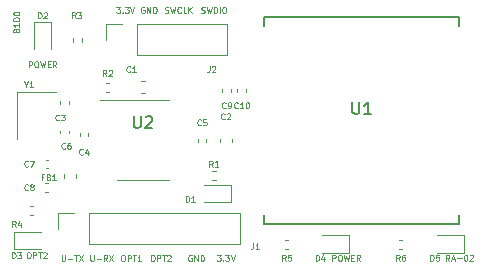
<source format=gbr>
%TF.GenerationSoftware,KiCad,Pcbnew,(6.0.6)*%
%TF.CreationDate,2023-12-09T00:18:58+03:00*%
%TF.ProjectId,GrandStationKicad,4772616e-6453-4746-9174-696f6e4b6963,rev?*%
%TF.SameCoordinates,Original*%
%TF.FileFunction,Legend,Top*%
%TF.FilePolarity,Positive*%
%FSLAX46Y46*%
G04 Gerber Fmt 4.6, Leading zero omitted, Abs format (unit mm)*
G04 Created by KiCad (PCBNEW (6.0.6)) date 2023-12-09 00:18:58*
%MOMM*%
%LPD*%
G01*
G04 APERTURE LIST*
%ADD10C,0.100000*%
%ADD11C,0.150000*%
%ADD12C,0.120000*%
G04 APERTURE END LIST*
D10*
X194761904Y-111726190D02*
X195071428Y-111726190D01*
X194904761Y-111916666D01*
X194976190Y-111916666D01*
X195023809Y-111940476D01*
X195047619Y-111964285D01*
X195071428Y-112011904D01*
X195071428Y-112130952D01*
X195047619Y-112178571D01*
X195023809Y-112202380D01*
X194976190Y-112226190D01*
X194833333Y-112226190D01*
X194785714Y-112202380D01*
X194761904Y-112178571D01*
X195285714Y-112178571D02*
X195309523Y-112202380D01*
X195285714Y-112226190D01*
X195261904Y-112202380D01*
X195285714Y-112178571D01*
X195285714Y-112226190D01*
X195476190Y-111726190D02*
X195785714Y-111726190D01*
X195619047Y-111916666D01*
X195690476Y-111916666D01*
X195738095Y-111940476D01*
X195761904Y-111964285D01*
X195785714Y-112011904D01*
X195785714Y-112130952D01*
X195761904Y-112178571D01*
X195738095Y-112202380D01*
X195690476Y-112226190D01*
X195547619Y-112226190D01*
X195500000Y-112202380D01*
X195476190Y-112178571D01*
X195928571Y-111726190D02*
X196095238Y-112226190D01*
X196261904Y-111726190D01*
X188619047Y-90750000D02*
X188571428Y-90726190D01*
X188500000Y-90726190D01*
X188428571Y-90750000D01*
X188380952Y-90797619D01*
X188357142Y-90845238D01*
X188333333Y-90940476D01*
X188333333Y-91011904D01*
X188357142Y-91107142D01*
X188380952Y-91154761D01*
X188428571Y-91202380D01*
X188500000Y-91226190D01*
X188547619Y-91226190D01*
X188619047Y-91202380D01*
X188642857Y-91178571D01*
X188642857Y-91011904D01*
X188547619Y-91011904D01*
X188857142Y-91226190D02*
X188857142Y-90726190D01*
X189142857Y-91226190D01*
X189142857Y-90726190D01*
X189380952Y-91226190D02*
X189380952Y-90726190D01*
X189500000Y-90726190D01*
X189571428Y-90750000D01*
X189619047Y-90797619D01*
X189642857Y-90845238D01*
X189666666Y-90940476D01*
X189666666Y-91011904D01*
X189642857Y-91107142D01*
X189619047Y-91154761D01*
X189571428Y-91202380D01*
X189500000Y-91226190D01*
X189380952Y-91226190D01*
X214454761Y-112196190D02*
X214288095Y-111958095D01*
X214169047Y-112196190D02*
X214169047Y-111696190D01*
X214359523Y-111696190D01*
X214407142Y-111720000D01*
X214430952Y-111743809D01*
X214454761Y-111791428D01*
X214454761Y-111862857D01*
X214430952Y-111910476D01*
X214407142Y-111934285D01*
X214359523Y-111958095D01*
X214169047Y-111958095D01*
X214645238Y-112053333D02*
X214883333Y-112053333D01*
X214597619Y-112196190D02*
X214764285Y-111696190D01*
X214930952Y-112196190D01*
X215097619Y-112005714D02*
X215478571Y-112005714D01*
X215811904Y-111696190D02*
X215859523Y-111696190D01*
X215907142Y-111720000D01*
X215930952Y-111743809D01*
X215954761Y-111791428D01*
X215978571Y-111886666D01*
X215978571Y-112005714D01*
X215954761Y-112100952D01*
X215930952Y-112148571D01*
X215907142Y-112172380D01*
X215859523Y-112196190D01*
X215811904Y-112196190D01*
X215764285Y-112172380D01*
X215740476Y-112148571D01*
X215716666Y-112100952D01*
X215692857Y-112005714D01*
X215692857Y-111886666D01*
X215716666Y-111791428D01*
X215740476Y-111743809D01*
X215764285Y-111720000D01*
X215811904Y-111696190D01*
X216169047Y-111743809D02*
X216192857Y-111720000D01*
X216240476Y-111696190D01*
X216359523Y-111696190D01*
X216407142Y-111720000D01*
X216430952Y-111743809D01*
X216454761Y-111791428D01*
X216454761Y-111839047D01*
X216430952Y-111910476D01*
X216145238Y-112196190D01*
X216454761Y-112196190D01*
X186773809Y-111726190D02*
X186869047Y-111726190D01*
X186916666Y-111750000D01*
X186964285Y-111797619D01*
X186988095Y-111892857D01*
X186988095Y-112059523D01*
X186964285Y-112154761D01*
X186916666Y-112202380D01*
X186869047Y-112226190D01*
X186773809Y-112226190D01*
X186726190Y-112202380D01*
X186678571Y-112154761D01*
X186654761Y-112059523D01*
X186654761Y-111892857D01*
X186678571Y-111797619D01*
X186726190Y-111750000D01*
X186773809Y-111726190D01*
X187202380Y-112226190D02*
X187202380Y-111726190D01*
X187392857Y-111726190D01*
X187440476Y-111750000D01*
X187464285Y-111773809D01*
X187488095Y-111821428D01*
X187488095Y-111892857D01*
X187464285Y-111940476D01*
X187440476Y-111964285D01*
X187392857Y-111988095D01*
X187202380Y-111988095D01*
X187630952Y-111726190D02*
X187916666Y-111726190D01*
X187773809Y-112226190D02*
X187773809Y-111726190D01*
X188345238Y-112226190D02*
X188059523Y-112226190D01*
X188202380Y-112226190D02*
X188202380Y-111726190D01*
X188154761Y-111797619D01*
X188107142Y-111845238D01*
X188059523Y-111869047D01*
X186261904Y-90726190D02*
X186571428Y-90726190D01*
X186404761Y-90916666D01*
X186476190Y-90916666D01*
X186523809Y-90940476D01*
X186547619Y-90964285D01*
X186571428Y-91011904D01*
X186571428Y-91130952D01*
X186547619Y-91178571D01*
X186523809Y-91202380D01*
X186476190Y-91226190D01*
X186333333Y-91226190D01*
X186285714Y-91202380D01*
X186261904Y-91178571D01*
X186785714Y-91178571D02*
X186809523Y-91202380D01*
X186785714Y-91226190D01*
X186761904Y-91202380D01*
X186785714Y-91178571D01*
X186785714Y-91226190D01*
X186976190Y-90726190D02*
X187285714Y-90726190D01*
X187119047Y-90916666D01*
X187190476Y-90916666D01*
X187238095Y-90940476D01*
X187261904Y-90964285D01*
X187285714Y-91011904D01*
X187285714Y-91130952D01*
X187261904Y-91178571D01*
X187238095Y-91202380D01*
X187190476Y-91226190D01*
X187047619Y-91226190D01*
X187000000Y-91202380D01*
X186976190Y-91178571D01*
X187428571Y-90726190D02*
X187595238Y-91226190D01*
X187761904Y-90726190D01*
X204545238Y-112196190D02*
X204545238Y-111696190D01*
X204735714Y-111696190D01*
X204783333Y-111720000D01*
X204807142Y-111743809D01*
X204830952Y-111791428D01*
X204830952Y-111862857D01*
X204807142Y-111910476D01*
X204783333Y-111934285D01*
X204735714Y-111958095D01*
X204545238Y-111958095D01*
X205140476Y-111696190D02*
X205235714Y-111696190D01*
X205283333Y-111720000D01*
X205330952Y-111767619D01*
X205354761Y-111862857D01*
X205354761Y-112029523D01*
X205330952Y-112124761D01*
X205283333Y-112172380D01*
X205235714Y-112196190D01*
X205140476Y-112196190D01*
X205092857Y-112172380D01*
X205045238Y-112124761D01*
X205021428Y-112029523D01*
X205021428Y-111862857D01*
X205045238Y-111767619D01*
X205092857Y-111720000D01*
X205140476Y-111696190D01*
X205521428Y-111696190D02*
X205640476Y-112196190D01*
X205735714Y-111839047D01*
X205830952Y-112196190D01*
X205950000Y-111696190D01*
X206140476Y-111934285D02*
X206307142Y-111934285D01*
X206378571Y-112196190D02*
X206140476Y-112196190D01*
X206140476Y-111696190D01*
X206378571Y-111696190D01*
X206878571Y-112196190D02*
X206711904Y-111958095D01*
X206592857Y-112196190D02*
X206592857Y-111696190D01*
X206783333Y-111696190D01*
X206830952Y-111720000D01*
X206854761Y-111743809D01*
X206878571Y-111791428D01*
X206878571Y-111862857D01*
X206854761Y-111910476D01*
X206830952Y-111934285D01*
X206783333Y-111958095D01*
X206592857Y-111958095D01*
X189273809Y-111726190D02*
X189369047Y-111726190D01*
X189416666Y-111750000D01*
X189464285Y-111797619D01*
X189488095Y-111892857D01*
X189488095Y-112059523D01*
X189464285Y-112154761D01*
X189416666Y-112202380D01*
X189369047Y-112226190D01*
X189273809Y-112226190D01*
X189226190Y-112202380D01*
X189178571Y-112154761D01*
X189154761Y-112059523D01*
X189154761Y-111892857D01*
X189178571Y-111797619D01*
X189226190Y-111750000D01*
X189273809Y-111726190D01*
X189702380Y-112226190D02*
X189702380Y-111726190D01*
X189892857Y-111726190D01*
X189940476Y-111750000D01*
X189964285Y-111773809D01*
X189988095Y-111821428D01*
X189988095Y-111892857D01*
X189964285Y-111940476D01*
X189940476Y-111964285D01*
X189892857Y-111988095D01*
X189702380Y-111988095D01*
X190130952Y-111726190D02*
X190416666Y-111726190D01*
X190273809Y-112226190D02*
X190273809Y-111726190D01*
X190559523Y-111773809D02*
X190583333Y-111750000D01*
X190630952Y-111726190D01*
X190750000Y-111726190D01*
X190797619Y-111750000D01*
X190821428Y-111773809D01*
X190845238Y-111821428D01*
X190845238Y-111869047D01*
X190821428Y-111940476D01*
X190535714Y-112226190D01*
X190845238Y-112226190D01*
X190369047Y-91202380D02*
X190440476Y-91226190D01*
X190559523Y-91226190D01*
X190607142Y-91202380D01*
X190630952Y-91178571D01*
X190654761Y-91130952D01*
X190654761Y-91083333D01*
X190630952Y-91035714D01*
X190607142Y-91011904D01*
X190559523Y-90988095D01*
X190464285Y-90964285D01*
X190416666Y-90940476D01*
X190392857Y-90916666D01*
X190369047Y-90869047D01*
X190369047Y-90821428D01*
X190392857Y-90773809D01*
X190416666Y-90750000D01*
X190464285Y-90726190D01*
X190583333Y-90726190D01*
X190654761Y-90750000D01*
X190821428Y-90726190D02*
X190940476Y-91226190D01*
X191035714Y-90869047D01*
X191130952Y-91226190D01*
X191250000Y-90726190D01*
X191726190Y-91178571D02*
X191702380Y-91202380D01*
X191630952Y-91226190D01*
X191583333Y-91226190D01*
X191511904Y-91202380D01*
X191464285Y-91154761D01*
X191440476Y-91107142D01*
X191416666Y-91011904D01*
X191416666Y-90940476D01*
X191440476Y-90845238D01*
X191464285Y-90797619D01*
X191511904Y-90750000D01*
X191583333Y-90726190D01*
X191630952Y-90726190D01*
X191702380Y-90750000D01*
X191726190Y-90773809D01*
X192178571Y-91226190D02*
X191940476Y-91226190D01*
X191940476Y-90726190D01*
X192345238Y-91226190D02*
X192345238Y-90726190D01*
X192630952Y-91226190D02*
X192416666Y-90940476D01*
X192630952Y-90726190D02*
X192345238Y-91011904D01*
X178845238Y-95826190D02*
X178845238Y-95326190D01*
X179035714Y-95326190D01*
X179083333Y-95350000D01*
X179107142Y-95373809D01*
X179130952Y-95421428D01*
X179130952Y-95492857D01*
X179107142Y-95540476D01*
X179083333Y-95564285D01*
X179035714Y-95588095D01*
X178845238Y-95588095D01*
X179440476Y-95326190D02*
X179535714Y-95326190D01*
X179583333Y-95350000D01*
X179630952Y-95397619D01*
X179654761Y-95492857D01*
X179654761Y-95659523D01*
X179630952Y-95754761D01*
X179583333Y-95802380D01*
X179535714Y-95826190D01*
X179440476Y-95826190D01*
X179392857Y-95802380D01*
X179345238Y-95754761D01*
X179321428Y-95659523D01*
X179321428Y-95492857D01*
X179345238Y-95397619D01*
X179392857Y-95350000D01*
X179440476Y-95326190D01*
X179821428Y-95326190D02*
X179940476Y-95826190D01*
X180035714Y-95469047D01*
X180130952Y-95826190D01*
X180250000Y-95326190D01*
X180440476Y-95564285D02*
X180607142Y-95564285D01*
X180678571Y-95826190D02*
X180440476Y-95826190D01*
X180440476Y-95326190D01*
X180678571Y-95326190D01*
X181178571Y-95826190D02*
X181011904Y-95588095D01*
X180892857Y-95826190D02*
X180892857Y-95326190D01*
X181083333Y-95326190D01*
X181130952Y-95350000D01*
X181154761Y-95373809D01*
X181178571Y-95421428D01*
X181178571Y-95492857D01*
X181154761Y-95540476D01*
X181130952Y-95564285D01*
X181083333Y-95588095D01*
X180892857Y-95588095D01*
X193440476Y-91202380D02*
X193511904Y-91226190D01*
X193630952Y-91226190D01*
X193678571Y-91202380D01*
X193702380Y-91178571D01*
X193726190Y-91130952D01*
X193726190Y-91083333D01*
X193702380Y-91035714D01*
X193678571Y-91011904D01*
X193630952Y-90988095D01*
X193535714Y-90964285D01*
X193488095Y-90940476D01*
X193464285Y-90916666D01*
X193440476Y-90869047D01*
X193440476Y-90821428D01*
X193464285Y-90773809D01*
X193488095Y-90750000D01*
X193535714Y-90726190D01*
X193654761Y-90726190D01*
X193726190Y-90750000D01*
X193892857Y-90726190D02*
X194011904Y-91226190D01*
X194107142Y-90869047D01*
X194202380Y-91226190D01*
X194321428Y-90726190D01*
X194511904Y-91226190D02*
X194511904Y-90726190D01*
X194630952Y-90726190D01*
X194702380Y-90750000D01*
X194750000Y-90797619D01*
X194773809Y-90845238D01*
X194797619Y-90940476D01*
X194797619Y-91011904D01*
X194773809Y-91107142D01*
X194750000Y-91154761D01*
X194702380Y-91202380D01*
X194630952Y-91226190D01*
X194511904Y-91226190D01*
X195011904Y-91226190D02*
X195011904Y-90726190D01*
X195345238Y-90726190D02*
X195440476Y-90726190D01*
X195488095Y-90750000D01*
X195535714Y-90797619D01*
X195559523Y-90892857D01*
X195559523Y-91059523D01*
X195535714Y-91154761D01*
X195488095Y-91202380D01*
X195440476Y-91226190D01*
X195345238Y-91226190D01*
X195297619Y-91202380D01*
X195250000Y-91154761D01*
X195226190Y-91059523D01*
X195226190Y-90892857D01*
X195250000Y-90797619D01*
X195297619Y-90750000D01*
X195345238Y-90726190D01*
X177764285Y-92690476D02*
X177788095Y-92619047D01*
X177811904Y-92595238D01*
X177859523Y-92571428D01*
X177930952Y-92571428D01*
X177978571Y-92595238D01*
X178002380Y-92619047D01*
X178026190Y-92666666D01*
X178026190Y-92857142D01*
X177526190Y-92857142D01*
X177526190Y-92690476D01*
X177550000Y-92642857D01*
X177573809Y-92619047D01*
X177621428Y-92595238D01*
X177669047Y-92595238D01*
X177716666Y-92619047D01*
X177740476Y-92642857D01*
X177764285Y-92690476D01*
X177764285Y-92857142D01*
X178026190Y-92095238D02*
X178026190Y-92380952D01*
X178026190Y-92238095D02*
X177526190Y-92238095D01*
X177597619Y-92285714D01*
X177645238Y-92333333D01*
X177669047Y-92380952D01*
X178026190Y-91880952D02*
X177526190Y-91880952D01*
X177526190Y-91761904D01*
X177550000Y-91690476D01*
X177597619Y-91642857D01*
X177645238Y-91619047D01*
X177740476Y-91595238D01*
X177811904Y-91595238D01*
X177907142Y-91619047D01*
X177954761Y-91642857D01*
X178002380Y-91690476D01*
X178026190Y-91761904D01*
X178026190Y-91880952D01*
X177526190Y-91285714D02*
X177526190Y-91238095D01*
X177550000Y-91190476D01*
X177573809Y-91166666D01*
X177621428Y-91142857D01*
X177716666Y-91119047D01*
X177835714Y-91119047D01*
X177930952Y-91142857D01*
X177978571Y-91166666D01*
X178002380Y-91190476D01*
X178026190Y-91238095D01*
X178026190Y-91285714D01*
X178002380Y-91333333D01*
X177978571Y-91357142D01*
X177930952Y-91380952D01*
X177835714Y-91404761D01*
X177716666Y-91404761D01*
X177621428Y-91380952D01*
X177573809Y-91357142D01*
X177550000Y-91333333D01*
X177526190Y-91285714D01*
X192619047Y-111750000D02*
X192571428Y-111726190D01*
X192500000Y-111726190D01*
X192428571Y-111750000D01*
X192380952Y-111797619D01*
X192357142Y-111845238D01*
X192333333Y-111940476D01*
X192333333Y-112011904D01*
X192357142Y-112107142D01*
X192380952Y-112154761D01*
X192428571Y-112202380D01*
X192500000Y-112226190D01*
X192547619Y-112226190D01*
X192619047Y-112202380D01*
X192642857Y-112178571D01*
X192642857Y-112011904D01*
X192547619Y-112011904D01*
X192857142Y-112226190D02*
X192857142Y-111726190D01*
X193142857Y-112226190D01*
X193142857Y-111726190D01*
X193380952Y-112226190D02*
X193380952Y-111726190D01*
X193500000Y-111726190D01*
X193571428Y-111750000D01*
X193619047Y-111797619D01*
X193642857Y-111845238D01*
X193666666Y-111940476D01*
X193666666Y-112011904D01*
X193642857Y-112107142D01*
X193619047Y-112154761D01*
X193571428Y-112202380D01*
X193500000Y-112226190D01*
X193380952Y-112226190D01*
X178773809Y-111486190D02*
X178869047Y-111486190D01*
X178916666Y-111510000D01*
X178964285Y-111557619D01*
X178988095Y-111652857D01*
X178988095Y-111819523D01*
X178964285Y-111914761D01*
X178916666Y-111962380D01*
X178869047Y-111986190D01*
X178773809Y-111986190D01*
X178726190Y-111962380D01*
X178678571Y-111914761D01*
X178654761Y-111819523D01*
X178654761Y-111652857D01*
X178678571Y-111557619D01*
X178726190Y-111510000D01*
X178773809Y-111486190D01*
X179202380Y-111986190D02*
X179202380Y-111486190D01*
X179392857Y-111486190D01*
X179440476Y-111510000D01*
X179464285Y-111533809D01*
X179488095Y-111581428D01*
X179488095Y-111652857D01*
X179464285Y-111700476D01*
X179440476Y-111724285D01*
X179392857Y-111748095D01*
X179202380Y-111748095D01*
X179630952Y-111486190D02*
X179916666Y-111486190D01*
X179773809Y-111986190D02*
X179773809Y-111486190D01*
X180059523Y-111533809D02*
X180083333Y-111510000D01*
X180130952Y-111486190D01*
X180250000Y-111486190D01*
X180297619Y-111510000D01*
X180321428Y-111533809D01*
X180345238Y-111581428D01*
X180345238Y-111629047D01*
X180321428Y-111700476D01*
X180035714Y-111986190D01*
X180345238Y-111986190D01*
X181619047Y-111726190D02*
X181619047Y-112130952D01*
X181642857Y-112178571D01*
X181666666Y-112202380D01*
X181714285Y-112226190D01*
X181809523Y-112226190D01*
X181857142Y-112202380D01*
X181880952Y-112178571D01*
X181904761Y-112130952D01*
X181904761Y-111726190D01*
X182142857Y-112035714D02*
X182523809Y-112035714D01*
X182690476Y-111726190D02*
X182976190Y-111726190D01*
X182833333Y-112226190D02*
X182833333Y-111726190D01*
X183095238Y-111726190D02*
X183428571Y-112226190D01*
X183428571Y-111726190D02*
X183095238Y-112226190D01*
X184059523Y-111726190D02*
X184059523Y-112130952D01*
X184083333Y-112178571D01*
X184107142Y-112202380D01*
X184154761Y-112226190D01*
X184250000Y-112226190D01*
X184297619Y-112202380D01*
X184321428Y-112178571D01*
X184345238Y-112130952D01*
X184345238Y-111726190D01*
X184583333Y-112035714D02*
X184964285Y-112035714D01*
X185488095Y-112226190D02*
X185321428Y-111988095D01*
X185202380Y-112226190D02*
X185202380Y-111726190D01*
X185392857Y-111726190D01*
X185440476Y-111750000D01*
X185464285Y-111773809D01*
X185488095Y-111821428D01*
X185488095Y-111892857D01*
X185464285Y-111940476D01*
X185440476Y-111964285D01*
X185392857Y-111988095D01*
X185202380Y-111988095D01*
X185654761Y-111726190D02*
X185988095Y-112226190D01*
X185988095Y-111726190D02*
X185654761Y-112226190D01*
%TO.C,D2*%
X179630952Y-91666190D02*
X179630952Y-91166190D01*
X179750000Y-91166190D01*
X179821428Y-91190000D01*
X179869047Y-91237619D01*
X179892857Y-91285238D01*
X179916666Y-91380476D01*
X179916666Y-91451904D01*
X179892857Y-91547142D01*
X179869047Y-91594761D01*
X179821428Y-91642380D01*
X179750000Y-91666190D01*
X179630952Y-91666190D01*
X180107142Y-91213809D02*
X180130952Y-91190000D01*
X180178571Y-91166190D01*
X180297619Y-91166190D01*
X180345238Y-91190000D01*
X180369047Y-91213809D01*
X180392857Y-91261428D01*
X180392857Y-91309047D01*
X180369047Y-91380476D01*
X180083333Y-91666190D01*
X180392857Y-91666190D01*
%TO.C,R6*%
X210226666Y-112196190D02*
X210060000Y-111958095D01*
X209940952Y-112196190D02*
X209940952Y-111696190D01*
X210131428Y-111696190D01*
X210179047Y-111720000D01*
X210202857Y-111743809D01*
X210226666Y-111791428D01*
X210226666Y-111862857D01*
X210202857Y-111910476D01*
X210179047Y-111934285D01*
X210131428Y-111958095D01*
X209940952Y-111958095D01*
X210655238Y-111696190D02*
X210560000Y-111696190D01*
X210512380Y-111720000D01*
X210488571Y-111743809D01*
X210440952Y-111815238D01*
X210417142Y-111910476D01*
X210417142Y-112100952D01*
X210440952Y-112148571D01*
X210464761Y-112172380D01*
X210512380Y-112196190D01*
X210607619Y-112196190D01*
X210655238Y-112172380D01*
X210679047Y-112148571D01*
X210702857Y-112100952D01*
X210702857Y-111981904D01*
X210679047Y-111934285D01*
X210655238Y-111910476D01*
X210607619Y-111886666D01*
X210512380Y-111886666D01*
X210464761Y-111910476D01*
X210440952Y-111934285D01*
X210417142Y-111981904D01*
%TO.C,C7*%
X178772916Y-104178571D02*
X178749107Y-104202380D01*
X178677678Y-104226190D01*
X178630059Y-104226190D01*
X178558630Y-104202380D01*
X178511011Y-104154761D01*
X178487202Y-104107142D01*
X178463392Y-104011904D01*
X178463392Y-103940476D01*
X178487202Y-103845238D01*
X178511011Y-103797619D01*
X178558630Y-103750000D01*
X178630059Y-103726190D01*
X178677678Y-103726190D01*
X178749107Y-103750000D01*
X178772916Y-103773809D01*
X178939583Y-103726190D02*
X179272916Y-103726190D01*
X179058630Y-104226190D01*
%TO.C,C10*%
X196528571Y-99238571D02*
X196504761Y-99262380D01*
X196433333Y-99286190D01*
X196385714Y-99286190D01*
X196314285Y-99262380D01*
X196266666Y-99214761D01*
X196242857Y-99167142D01*
X196219047Y-99071904D01*
X196219047Y-99000476D01*
X196242857Y-98905238D01*
X196266666Y-98857619D01*
X196314285Y-98810000D01*
X196385714Y-98786190D01*
X196433333Y-98786190D01*
X196504761Y-98810000D01*
X196528571Y-98833809D01*
X197004761Y-99286190D02*
X196719047Y-99286190D01*
X196861904Y-99286190D02*
X196861904Y-98786190D01*
X196814285Y-98857619D01*
X196766666Y-98905238D01*
X196719047Y-98929047D01*
X197314285Y-98786190D02*
X197361904Y-98786190D01*
X197409523Y-98810000D01*
X197433333Y-98833809D01*
X197457142Y-98881428D01*
X197480952Y-98976666D01*
X197480952Y-99095714D01*
X197457142Y-99190952D01*
X197433333Y-99238571D01*
X197409523Y-99262380D01*
X197361904Y-99286190D01*
X197314285Y-99286190D01*
X197266666Y-99262380D01*
X197242857Y-99238571D01*
X197219047Y-99190952D01*
X197195238Y-99095714D01*
X197195238Y-98976666D01*
X197219047Y-98881428D01*
X197242857Y-98833809D01*
X197266666Y-98810000D01*
X197314285Y-98786190D01*
%TO.C,C9*%
X195496666Y-99238571D02*
X195472857Y-99262380D01*
X195401428Y-99286190D01*
X195353809Y-99286190D01*
X195282380Y-99262380D01*
X195234761Y-99214761D01*
X195210952Y-99167142D01*
X195187142Y-99071904D01*
X195187142Y-99000476D01*
X195210952Y-98905238D01*
X195234761Y-98857619D01*
X195282380Y-98810000D01*
X195353809Y-98786190D01*
X195401428Y-98786190D01*
X195472857Y-98810000D01*
X195496666Y-98833809D01*
X195734761Y-99286190D02*
X195830000Y-99286190D01*
X195877619Y-99262380D01*
X195901428Y-99238571D01*
X195949047Y-99167142D01*
X195972857Y-99071904D01*
X195972857Y-98881428D01*
X195949047Y-98833809D01*
X195925238Y-98810000D01*
X195877619Y-98786190D01*
X195782380Y-98786190D01*
X195734761Y-98810000D01*
X195710952Y-98833809D01*
X195687142Y-98881428D01*
X195687142Y-99000476D01*
X195710952Y-99048095D01*
X195734761Y-99071904D01*
X195782380Y-99095714D01*
X195877619Y-99095714D01*
X195925238Y-99071904D01*
X195949047Y-99048095D01*
X195972857Y-99000476D01*
%TO.C,R4*%
X177716666Y-109346190D02*
X177550000Y-109108095D01*
X177430952Y-109346190D02*
X177430952Y-108846190D01*
X177621428Y-108846190D01*
X177669047Y-108870000D01*
X177692857Y-108893809D01*
X177716666Y-108941428D01*
X177716666Y-109012857D01*
X177692857Y-109060476D01*
X177669047Y-109084285D01*
X177621428Y-109108095D01*
X177430952Y-109108095D01*
X178145238Y-109012857D02*
X178145238Y-109346190D01*
X178026190Y-108822380D02*
X177907142Y-109179523D01*
X178216666Y-109179523D01*
%TO.C,FB1*%
X180083333Y-105127064D02*
X179916666Y-105127064D01*
X179916666Y-105388969D02*
X179916666Y-104888969D01*
X180154761Y-104888969D01*
X180511904Y-105127064D02*
X180583333Y-105150874D01*
X180607142Y-105174683D01*
X180630952Y-105222302D01*
X180630952Y-105293731D01*
X180607142Y-105341350D01*
X180583333Y-105365159D01*
X180535714Y-105388969D01*
X180345238Y-105388969D01*
X180345238Y-104888969D01*
X180511904Y-104888969D01*
X180559523Y-104912779D01*
X180583333Y-104936588D01*
X180607142Y-104984207D01*
X180607142Y-105031826D01*
X180583333Y-105079445D01*
X180559523Y-105103255D01*
X180511904Y-105127064D01*
X180345238Y-105127064D01*
X181107142Y-105388969D02*
X180821428Y-105388969D01*
X180964285Y-105388969D02*
X180964285Y-104888969D01*
X180916666Y-104960398D01*
X180869047Y-105008017D01*
X180821428Y-105031826D01*
%TO.C,Y1*%
X178611904Y-97288095D02*
X178611904Y-97526190D01*
X178445238Y-97026190D02*
X178611904Y-97288095D01*
X178778571Y-97026190D01*
X179207142Y-97526190D02*
X178921428Y-97526190D01*
X179064285Y-97526190D02*
X179064285Y-97026190D01*
X179016666Y-97097619D01*
X178969047Y-97145238D01*
X178921428Y-97169047D01*
D11*
%TO.C,U1*%
X206238095Y-98782380D02*
X206238095Y-99591904D01*
X206285714Y-99687142D01*
X206333333Y-99734761D01*
X206428571Y-99782380D01*
X206619047Y-99782380D01*
X206714285Y-99734761D01*
X206761904Y-99687142D01*
X206809523Y-99591904D01*
X206809523Y-98782380D01*
X207809523Y-99782380D02*
X207238095Y-99782380D01*
X207523809Y-99782380D02*
X207523809Y-98782380D01*
X207428571Y-98925238D01*
X207333333Y-99020476D01*
X207238095Y-99068095D01*
%TO.C,U2*%
X187738095Y-99952380D02*
X187738095Y-100761904D01*
X187785714Y-100857142D01*
X187833333Y-100904761D01*
X187928571Y-100952380D01*
X188119047Y-100952380D01*
X188214285Y-100904761D01*
X188261904Y-100857142D01*
X188309523Y-100761904D01*
X188309523Y-99952380D01*
X188738095Y-100047619D02*
X188785714Y-100000000D01*
X188880952Y-99952380D01*
X189119047Y-99952380D01*
X189214285Y-100000000D01*
X189261904Y-100047619D01*
X189309523Y-100142857D01*
X189309523Y-100238095D01*
X189261904Y-100380952D01*
X188690476Y-100952380D01*
X189309523Y-100952380D01*
D10*
%TO.C,J2*%
X194143333Y-95726190D02*
X194143333Y-96083333D01*
X194119523Y-96154761D01*
X194071904Y-96202380D01*
X194000476Y-96226190D01*
X193952857Y-96226190D01*
X194357619Y-95773809D02*
X194381428Y-95750000D01*
X194429047Y-95726190D01*
X194548095Y-95726190D01*
X194595714Y-95750000D01*
X194619523Y-95773809D01*
X194643333Y-95821428D01*
X194643333Y-95869047D01*
X194619523Y-95940476D01*
X194333809Y-96226190D01*
X194643333Y-96226190D01*
%TO.C,C1*%
X187416666Y-96178571D02*
X187392857Y-96202380D01*
X187321428Y-96226190D01*
X187273809Y-96226190D01*
X187202380Y-96202380D01*
X187154761Y-96154761D01*
X187130952Y-96107142D01*
X187107142Y-96011904D01*
X187107142Y-95940476D01*
X187130952Y-95845238D01*
X187154761Y-95797619D01*
X187202380Y-95750000D01*
X187273809Y-95726190D01*
X187321428Y-95726190D01*
X187392857Y-95750000D01*
X187416666Y-95773809D01*
X187892857Y-96226190D02*
X187607142Y-96226190D01*
X187750000Y-96226190D02*
X187750000Y-95726190D01*
X187702380Y-95797619D01*
X187654761Y-95845238D01*
X187607142Y-95869047D01*
%TO.C,D4*%
X203130952Y-112196190D02*
X203130952Y-111696190D01*
X203250000Y-111696190D01*
X203321428Y-111720000D01*
X203369047Y-111767619D01*
X203392857Y-111815238D01*
X203416666Y-111910476D01*
X203416666Y-111981904D01*
X203392857Y-112077142D01*
X203369047Y-112124761D01*
X203321428Y-112172380D01*
X203250000Y-112196190D01*
X203130952Y-112196190D01*
X203845238Y-111862857D02*
X203845238Y-112196190D01*
X203726190Y-111672380D02*
X203607142Y-112029523D01*
X203916666Y-112029523D01*
%TO.C,D5*%
X212830952Y-112196190D02*
X212830952Y-111696190D01*
X212950000Y-111696190D01*
X213021428Y-111720000D01*
X213069047Y-111767619D01*
X213092857Y-111815238D01*
X213116666Y-111910476D01*
X213116666Y-111981904D01*
X213092857Y-112077142D01*
X213069047Y-112124761D01*
X213021428Y-112172380D01*
X212950000Y-112196190D01*
X212830952Y-112196190D01*
X213569047Y-111696190D02*
X213330952Y-111696190D01*
X213307142Y-111934285D01*
X213330952Y-111910476D01*
X213378571Y-111886666D01*
X213497619Y-111886666D01*
X213545238Y-111910476D01*
X213569047Y-111934285D01*
X213592857Y-111981904D01*
X213592857Y-112100952D01*
X213569047Y-112148571D01*
X213545238Y-112172380D01*
X213497619Y-112196190D01*
X213378571Y-112196190D01*
X213330952Y-112172380D01*
X213307142Y-112148571D01*
%TO.C,D1*%
X192130952Y-107226190D02*
X192130952Y-106726190D01*
X192250000Y-106726190D01*
X192321428Y-106750000D01*
X192369047Y-106797619D01*
X192392857Y-106845238D01*
X192416666Y-106940476D01*
X192416666Y-107011904D01*
X192392857Y-107107142D01*
X192369047Y-107154761D01*
X192321428Y-107202380D01*
X192250000Y-107226190D01*
X192130952Y-107226190D01*
X192892857Y-107226190D02*
X192607142Y-107226190D01*
X192750000Y-107226190D02*
X192750000Y-106726190D01*
X192702380Y-106797619D01*
X192654761Y-106845238D01*
X192607142Y-106869047D01*
%TO.C,C2*%
X195416666Y-100178571D02*
X195392857Y-100202380D01*
X195321428Y-100226190D01*
X195273809Y-100226190D01*
X195202380Y-100202380D01*
X195154761Y-100154761D01*
X195130952Y-100107142D01*
X195107142Y-100011904D01*
X195107142Y-99940476D01*
X195130952Y-99845238D01*
X195154761Y-99797619D01*
X195202380Y-99750000D01*
X195273809Y-99726190D01*
X195321428Y-99726190D01*
X195392857Y-99750000D01*
X195416666Y-99773809D01*
X195607142Y-99773809D02*
X195630952Y-99750000D01*
X195678571Y-99726190D01*
X195797619Y-99726190D01*
X195845238Y-99750000D01*
X195869047Y-99773809D01*
X195892857Y-99821428D01*
X195892857Y-99869047D01*
X195869047Y-99940476D01*
X195583333Y-100226190D01*
X195892857Y-100226190D01*
%TO.C,R3*%
X182796666Y-91666190D02*
X182630000Y-91428095D01*
X182510952Y-91666190D02*
X182510952Y-91166190D01*
X182701428Y-91166190D01*
X182749047Y-91190000D01*
X182772857Y-91213809D01*
X182796666Y-91261428D01*
X182796666Y-91332857D01*
X182772857Y-91380476D01*
X182749047Y-91404285D01*
X182701428Y-91428095D01*
X182510952Y-91428095D01*
X182963333Y-91166190D02*
X183272857Y-91166190D01*
X183106190Y-91356666D01*
X183177619Y-91356666D01*
X183225238Y-91380476D01*
X183249047Y-91404285D01*
X183272857Y-91451904D01*
X183272857Y-91570952D01*
X183249047Y-91618571D01*
X183225238Y-91642380D01*
X183177619Y-91666190D01*
X183034761Y-91666190D01*
X182987142Y-91642380D01*
X182963333Y-91618571D01*
%TO.C,R5*%
X200576666Y-112196190D02*
X200410000Y-111958095D01*
X200290952Y-112196190D02*
X200290952Y-111696190D01*
X200481428Y-111696190D01*
X200529047Y-111720000D01*
X200552857Y-111743809D01*
X200576666Y-111791428D01*
X200576666Y-111862857D01*
X200552857Y-111910476D01*
X200529047Y-111934285D01*
X200481428Y-111958095D01*
X200290952Y-111958095D01*
X201029047Y-111696190D02*
X200790952Y-111696190D01*
X200767142Y-111934285D01*
X200790952Y-111910476D01*
X200838571Y-111886666D01*
X200957619Y-111886666D01*
X201005238Y-111910476D01*
X201029047Y-111934285D01*
X201052857Y-111981904D01*
X201052857Y-112100952D01*
X201029047Y-112148571D01*
X201005238Y-112172380D01*
X200957619Y-112196190D01*
X200838571Y-112196190D01*
X200790952Y-112172380D01*
X200767142Y-112148571D01*
%TO.C,R2*%
X185416666Y-96556190D02*
X185250000Y-96318095D01*
X185130952Y-96556190D02*
X185130952Y-96056190D01*
X185321428Y-96056190D01*
X185369047Y-96080000D01*
X185392857Y-96103809D01*
X185416666Y-96151428D01*
X185416666Y-96222857D01*
X185392857Y-96270476D01*
X185369047Y-96294285D01*
X185321428Y-96318095D01*
X185130952Y-96318095D01*
X185607142Y-96103809D02*
X185630952Y-96080000D01*
X185678571Y-96056190D01*
X185797619Y-96056190D01*
X185845238Y-96080000D01*
X185869047Y-96103809D01*
X185892857Y-96151428D01*
X185892857Y-96199047D01*
X185869047Y-96270476D01*
X185583333Y-96556190D01*
X185892857Y-96556190D01*
%TO.C,C4*%
X183416666Y-103178571D02*
X183392857Y-103202380D01*
X183321428Y-103226190D01*
X183273809Y-103226190D01*
X183202380Y-103202380D01*
X183154761Y-103154761D01*
X183130952Y-103107142D01*
X183107142Y-103011904D01*
X183107142Y-102940476D01*
X183130952Y-102845238D01*
X183154761Y-102797619D01*
X183202380Y-102750000D01*
X183273809Y-102726190D01*
X183321428Y-102726190D01*
X183392857Y-102750000D01*
X183416666Y-102773809D01*
X183845238Y-102892857D02*
X183845238Y-103226190D01*
X183726190Y-102702380D02*
X183607142Y-103059523D01*
X183916666Y-103059523D01*
%TO.C,C6*%
X181916666Y-102678571D02*
X181892857Y-102702380D01*
X181821428Y-102726190D01*
X181773809Y-102726190D01*
X181702380Y-102702380D01*
X181654761Y-102654761D01*
X181630952Y-102607142D01*
X181607142Y-102511904D01*
X181607142Y-102440476D01*
X181630952Y-102345238D01*
X181654761Y-102297619D01*
X181702380Y-102250000D01*
X181773809Y-102226190D01*
X181821428Y-102226190D01*
X181892857Y-102250000D01*
X181916666Y-102273809D01*
X182345238Y-102226190D02*
X182250000Y-102226190D01*
X182202380Y-102250000D01*
X182178571Y-102273809D01*
X182130952Y-102345238D01*
X182107142Y-102440476D01*
X182107142Y-102630952D01*
X182130952Y-102678571D01*
X182154761Y-102702380D01*
X182202380Y-102726190D01*
X182297619Y-102726190D01*
X182345238Y-102702380D01*
X182369047Y-102678571D01*
X182392857Y-102630952D01*
X182392857Y-102511904D01*
X182369047Y-102464285D01*
X182345238Y-102440476D01*
X182297619Y-102416666D01*
X182202380Y-102416666D01*
X182154761Y-102440476D01*
X182130952Y-102464285D01*
X182107142Y-102511904D01*
%TO.C,C3*%
X181406666Y-100278571D02*
X181382857Y-100302380D01*
X181311428Y-100326190D01*
X181263809Y-100326190D01*
X181192380Y-100302380D01*
X181144761Y-100254761D01*
X181120952Y-100207142D01*
X181097142Y-100111904D01*
X181097142Y-100040476D01*
X181120952Y-99945238D01*
X181144761Y-99897619D01*
X181192380Y-99850000D01*
X181263809Y-99826190D01*
X181311428Y-99826190D01*
X181382857Y-99850000D01*
X181406666Y-99873809D01*
X181573333Y-99826190D02*
X181882857Y-99826190D01*
X181716190Y-100016666D01*
X181787619Y-100016666D01*
X181835238Y-100040476D01*
X181859047Y-100064285D01*
X181882857Y-100111904D01*
X181882857Y-100230952D01*
X181859047Y-100278571D01*
X181835238Y-100302380D01*
X181787619Y-100326190D01*
X181644761Y-100326190D01*
X181597142Y-100302380D01*
X181573333Y-100278571D01*
%TO.C,J1*%
X197833333Y-110726190D02*
X197833333Y-111083333D01*
X197809523Y-111154761D01*
X197761904Y-111202380D01*
X197690476Y-111226190D01*
X197642857Y-111226190D01*
X198333333Y-111226190D02*
X198047619Y-111226190D01*
X198190476Y-111226190D02*
X198190476Y-110726190D01*
X198142857Y-110797619D01*
X198095238Y-110845238D01*
X198047619Y-110869047D01*
%TO.C,R1*%
X194416666Y-104226190D02*
X194250000Y-103988095D01*
X194130952Y-104226190D02*
X194130952Y-103726190D01*
X194321428Y-103726190D01*
X194369047Y-103750000D01*
X194392857Y-103773809D01*
X194416666Y-103821428D01*
X194416666Y-103892857D01*
X194392857Y-103940476D01*
X194369047Y-103964285D01*
X194321428Y-103988095D01*
X194130952Y-103988095D01*
X194892857Y-104226190D02*
X194607142Y-104226190D01*
X194750000Y-104226190D02*
X194750000Y-103726190D01*
X194702380Y-103797619D01*
X194654761Y-103845238D01*
X194607142Y-103869047D01*
%TO.C,D3*%
X177430952Y-111986190D02*
X177430952Y-111486190D01*
X177550000Y-111486190D01*
X177621428Y-111510000D01*
X177669047Y-111557619D01*
X177692857Y-111605238D01*
X177716666Y-111700476D01*
X177716666Y-111771904D01*
X177692857Y-111867142D01*
X177669047Y-111914761D01*
X177621428Y-111962380D01*
X177550000Y-111986190D01*
X177430952Y-111986190D01*
X177883333Y-111486190D02*
X178192857Y-111486190D01*
X178026190Y-111676666D01*
X178097619Y-111676666D01*
X178145238Y-111700476D01*
X178169047Y-111724285D01*
X178192857Y-111771904D01*
X178192857Y-111890952D01*
X178169047Y-111938571D01*
X178145238Y-111962380D01*
X178097619Y-111986190D01*
X177954761Y-111986190D01*
X177907142Y-111962380D01*
X177883333Y-111938571D01*
%TO.C,C5*%
X193416666Y-100678571D02*
X193392857Y-100702380D01*
X193321428Y-100726190D01*
X193273809Y-100726190D01*
X193202380Y-100702380D01*
X193154761Y-100654761D01*
X193130952Y-100607142D01*
X193107142Y-100511904D01*
X193107142Y-100440476D01*
X193130952Y-100345238D01*
X193154761Y-100297619D01*
X193202380Y-100250000D01*
X193273809Y-100226190D01*
X193321428Y-100226190D01*
X193392857Y-100250000D01*
X193416666Y-100273809D01*
X193869047Y-100226190D02*
X193630952Y-100226190D01*
X193607142Y-100464285D01*
X193630952Y-100440476D01*
X193678571Y-100416666D01*
X193797619Y-100416666D01*
X193845238Y-100440476D01*
X193869047Y-100464285D01*
X193892857Y-100511904D01*
X193892857Y-100630952D01*
X193869047Y-100678571D01*
X193845238Y-100702380D01*
X193797619Y-100726190D01*
X193678571Y-100726190D01*
X193630952Y-100702380D01*
X193607142Y-100678571D01*
%TO.C,C8*%
X178772916Y-106178571D02*
X178749107Y-106202380D01*
X178677678Y-106226190D01*
X178630059Y-106226190D01*
X178558630Y-106202380D01*
X178511011Y-106154761D01*
X178487202Y-106107142D01*
X178463392Y-106011904D01*
X178463392Y-105940476D01*
X178487202Y-105845238D01*
X178511011Y-105797619D01*
X178558630Y-105750000D01*
X178630059Y-105726190D01*
X178677678Y-105726190D01*
X178749107Y-105750000D01*
X178772916Y-105773809D01*
X179058630Y-105940476D02*
X179011011Y-105916666D01*
X178987202Y-105892857D01*
X178963392Y-105845238D01*
X178963392Y-105821428D01*
X178987202Y-105773809D01*
X179011011Y-105750000D01*
X179058630Y-105726190D01*
X179153869Y-105726190D01*
X179201488Y-105750000D01*
X179225297Y-105773809D01*
X179249107Y-105821428D01*
X179249107Y-105845238D01*
X179225297Y-105892857D01*
X179201488Y-105916666D01*
X179153869Y-105940476D01*
X179058630Y-105940476D01*
X179011011Y-105964285D01*
X178987202Y-105988095D01*
X178963392Y-106035714D01*
X178963392Y-106130952D01*
X178987202Y-106178571D01*
X179011011Y-106202380D01*
X179058630Y-106226190D01*
X179153869Y-106226190D01*
X179201488Y-106202380D01*
X179225297Y-106178571D01*
X179249107Y-106130952D01*
X179249107Y-106035714D01*
X179225297Y-105988095D01*
X179201488Y-105964285D01*
X179153869Y-105940476D01*
D12*
%TO.C,D2*%
X180735000Y-94300000D02*
X180735000Y-92015000D01*
X180735000Y-92015000D02*
X179265000Y-92015000D01*
X179265000Y-92015000D02*
X179265000Y-94300000D01*
%TO.C,R6*%
X210463641Y-111180000D02*
X210156359Y-111180000D01*
X210463641Y-110420000D02*
X210156359Y-110420000D01*
%TO.C,C7*%
X180484086Y-103640000D02*
X180268414Y-103640000D01*
X180484086Y-104360000D02*
X180268414Y-104360000D01*
%TO.C,C10*%
X196490000Y-97897836D02*
X196490000Y-97682164D01*
X197210000Y-97897836D02*
X197210000Y-97682164D01*
%TO.C,C9*%
X195940000Y-97897836D02*
X195940000Y-97682164D01*
X195220000Y-97897836D02*
X195220000Y-97682164D01*
%TO.C,R4*%
X179223641Y-107570000D02*
X178916359Y-107570000D01*
X179223641Y-108330000D02*
X178916359Y-108330000D01*
%TO.C,FB1*%
X181846250Y-104837221D02*
X181846250Y-105162779D01*
X182866250Y-104837221D02*
X182866250Y-105162779D01*
%TO.C,Y1*%
X177850000Y-97900000D02*
X177850000Y-101900000D01*
X181150000Y-97900000D02*
X177850000Y-97900000D01*
D11*
%TO.C,U1*%
X215250000Y-109080000D02*
X215250000Y-108330000D01*
X215250000Y-91580000D02*
X215250000Y-92330000D01*
X198750000Y-109080000D02*
X215250000Y-109080000D01*
X198750000Y-91580000D02*
X215250000Y-91580000D01*
X198750000Y-92330000D02*
X198750000Y-91580000D01*
X198750000Y-108330000D02*
X198750000Y-109080000D01*
D12*
%TO.C,U2*%
X188500000Y-105385000D02*
X190700000Y-105385000D01*
X188500000Y-98615000D02*
X190700000Y-98615000D01*
X188500000Y-98615000D02*
X184900000Y-98615000D01*
X188500000Y-105385000D02*
X186300000Y-105385000D01*
%TO.C,J2*%
X185370000Y-92145000D02*
X186700000Y-92145000D01*
X187970000Y-92145000D02*
X195650000Y-92145000D01*
X185370000Y-93475000D02*
X185370000Y-92145000D01*
X195650000Y-94805000D02*
X195650000Y-92145000D01*
X187970000Y-94805000D02*
X187970000Y-92145000D01*
X187970000Y-94805000D02*
X195650000Y-94805000D01*
%TO.C,C1*%
X188640580Y-98010000D02*
X188359420Y-98010000D01*
X188640580Y-96990000D02*
X188359420Y-96990000D01*
%TO.C,D4*%
X203670000Y-111535000D02*
X205955000Y-111535000D01*
X205955000Y-110065000D02*
X203670000Y-110065000D01*
X205955000Y-111535000D02*
X205955000Y-110065000D01*
%TO.C,D5*%
X215685000Y-111535000D02*
X215685000Y-110065000D01*
X215685000Y-110065000D02*
X213400000Y-110065000D01*
X213400000Y-111535000D02*
X215685000Y-111535000D01*
%TO.C,D1*%
X195985000Y-107235000D02*
X195985000Y-105765000D01*
X195985000Y-105765000D02*
X193700000Y-105765000D01*
X193700000Y-107235000D02*
X195985000Y-107235000D01*
%TO.C,C2*%
X196010000Y-101859420D02*
X196010000Y-102140580D01*
X194990000Y-101859420D02*
X194990000Y-102140580D01*
%TO.C,R3*%
X182620000Y-93346359D02*
X182620000Y-93653641D01*
X183380000Y-93346359D02*
X183380000Y-93653641D01*
%TO.C,R5*%
X200813641Y-111180000D02*
X200506359Y-111180000D01*
X200813641Y-110420000D02*
X200506359Y-110420000D01*
%TO.C,R2*%
X185346359Y-97880000D02*
X185653641Y-97880000D01*
X185346359Y-97120000D02*
X185653641Y-97120000D01*
%TO.C,C4*%
X183140000Y-101607836D02*
X183140000Y-101392164D01*
X183860000Y-101607836D02*
X183860000Y-101392164D01*
%TO.C,C6*%
X182210000Y-101192164D02*
X182210000Y-101407836D01*
X181490000Y-101192164D02*
X181490000Y-101407836D01*
%TO.C,C3*%
X181490000Y-98907836D02*
X181490000Y-98692164D01*
X182210000Y-98907836D02*
X182210000Y-98692164D01*
%TO.C,J1*%
X183945000Y-108145000D02*
X196705000Y-108145000D01*
X181345000Y-108145000D02*
X182675000Y-108145000D01*
X183945000Y-110805000D02*
X183945000Y-108145000D01*
X183945000Y-110805000D02*
X196705000Y-110805000D01*
X196705000Y-110805000D02*
X196705000Y-108145000D01*
X181345000Y-109475000D02*
X181345000Y-108145000D01*
%TO.C,R1*%
X194653641Y-104620000D02*
X194346359Y-104620000D01*
X194653641Y-105380000D02*
X194346359Y-105380000D01*
%TO.C,D3*%
X177585000Y-109755000D02*
X177585000Y-111225000D01*
X177585000Y-111225000D02*
X179870000Y-111225000D01*
X179870000Y-109755000D02*
X177585000Y-109755000D01*
%TO.C,C5*%
X193140000Y-101892164D02*
X193140000Y-102107836D01*
X193860000Y-101892164D02*
X193860000Y-102107836D01*
%TO.C,C8*%
X180464086Y-106360000D02*
X180248414Y-106360000D01*
X180464086Y-105640000D02*
X180248414Y-105640000D01*
%TD*%
M02*

</source>
